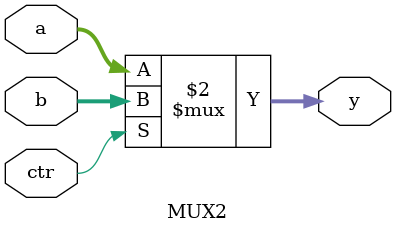
<source format=v>
module MUX2 #(parameter WIDTH = 32)
	(a,b,ctr,y);
  input  ctr;
  input[WIDTH-1:0] a,b;
  output[WIDTH-1:0] y;

  assign y = (ctr==0)?a:b;
endmodule


</source>
